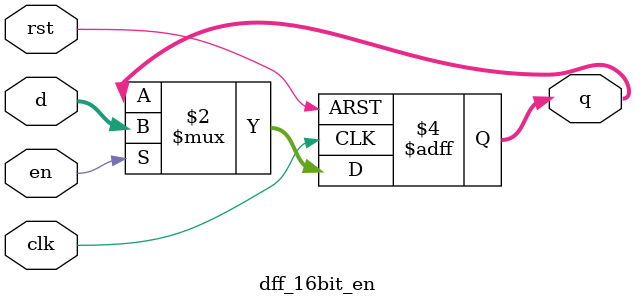
<source format=v>

module register_file_dff(
    input clk,
    input rst,
    
    // Read ports
    input [3:0] rs_addr,
    input [3:0] rt_addr,
    output reg [15:0] rs_data,
    output reg [15:0] rt_data,
    
    // Write port
    input wr_en,
    input [3:0] rd_addr,
    input [15:0] rd_data,
    
    // Special registers
    output [15:0] pc_out,
    output [15:0] sp_out,
    output [15:0] flags_out,
    input pc_wr,
    input sp_wr,
    input flags_wr,
    input [15:0] pc_in,
    input [15:0] sp_in,
    input [15:0] flags_in
);

// Internal wires for register outputs
wire [15:0] reg_out [0:10];

// Write enable signals for each register
wire [10:0] reg_wr_en;

// Generate write enables
assign reg_wr_en[0] = wr_en && (rd_addr == 4'd0);
assign reg_wr_en[1] = wr_en && (rd_addr == 4'd1);
assign reg_wr_en[2] = wr_en && (rd_addr == 4'd2);
assign reg_wr_en[3] = wr_en && (rd_addr == 4'd3);
assign reg_wr_en[4] = wr_en && (rd_addr == 4'd4);
assign reg_wr_en[5] = wr_en && (rd_addr == 4'd5);
assign reg_wr_en[6] = wr_en && (rd_addr == 4'd6);
assign reg_wr_en[7] = wr_en && (rd_addr == 4'd7);
assign reg_wr_en[8] = sp_wr;     // SP
assign reg_wr_en[9] = pc_wr;     // PC
assign reg_wr_en[10] = flags_wr; // FLAGS

// Input data selection
wire [15:0] reg_in [0:10];
assign reg_in[0] = rd_data;
assign reg_in[1] = rd_data;
assign reg_in[2] = rd_data;
assign reg_in[3] = rd_data;
assign reg_in[4] = rd_data;
assign reg_in[5] = rd_data;
assign reg_in[6] = rd_data;
assign reg_in[7] = rd_data;
assign reg_in[8] = sp_in;
assign reg_in[9] = pc_in;
assign reg_in[10] = flags_in;

// Instantiate 11 D Flip-Flop registers (8 GPR + 3 special)
genvar i;
generate
    for (i = 0; i < 11; i = i + 1) begin : reg_array
        dff_16bit_en reg_dff (
            .clk(clk),
            .rst(rst),
            .en(reg_wr_en[i]),
            .d(reg_in[i]),
            .q(reg_out[i])
        );
    end
endgenerate

// Read port multiplexers (combinational)
always @(*) begin
    case (rs_addr)
        4'd0:  rs_data = reg_out[0];
        4'd1:  rs_data = reg_out[1];
        4'd2:  rs_data = reg_out[2];
        4'd3:  rs_data = reg_out[3];
        4'd4:  rs_data = reg_out[4];
        4'd5:  rs_data = reg_out[5];
        4'd6:  rs_data = reg_out[6];
        4'd7:  rs_data = reg_out[7];
        4'd8:  rs_data = reg_out[8];  // SP
        4'd9:  rs_data = reg_out[9];  // PC
        4'd10: rs_data = reg_out[10]; // FLAGS
        default: rs_data = 16'h0000;
    endcase
end

always @(*) begin
    case (rt_addr)
        4'd0:  rt_data = reg_out[0];
        4'd1:  rt_data = reg_out[1];
        4'd2:  rt_data = reg_out[2];
        4'd3:  rt_data = reg_out[3];
        4'd4:  rt_data = reg_out[4];
        4'd5:  rt_data = reg_out[5];
        4'd6:  rt_data = reg_out[6];
        4'd7:  rt_data = reg_out[7];
        4'd8:  rt_data = reg_out[8];  // SP
        4'd9:  rt_data = reg_out[9];  // PC
        4'd10: rt_data = reg_out[10]; // FLAGS
        default: rt_data = 16'h0000;
    endcase
end

// Special register outputs
assign pc_out = reg_out[9];
assign sp_out = reg_out[8];
assign flags_out = reg_out[10];

endmodule

// 16-bit D Flip-Flop with enable
module dff_16bit_en(
    input clk,
    input rst,
    input en,           // Write enable
    input [15:0] d,
    output reg [15:0] q
);

always @(posedge clk or posedge rst) begin
    if (rst)
        q <= 16'h0000;
    else if (en)
        q <= d;
end

endmodule

</source>
